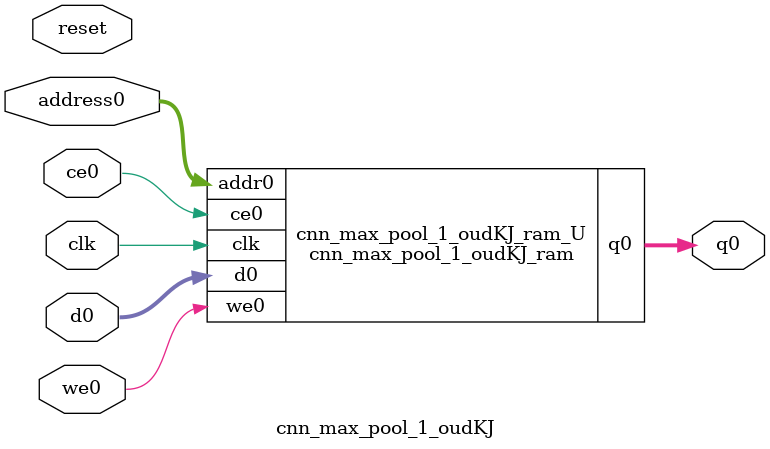
<source format=v>
`timescale 1 ns / 1 ps
module cnn_max_pool_1_oudKJ_ram (addr0, ce0, d0, we0, q0,  clk);

parameter DWIDTH = 14;
parameter AWIDTH = 3;
parameter MEM_SIZE = 5;

input[AWIDTH-1:0] addr0;
input ce0;
input[DWIDTH-1:0] d0;
input we0;
output reg[DWIDTH-1:0] q0;
input clk;

(* ram_style = "distributed" *)reg [DWIDTH-1:0] ram[0:MEM_SIZE-1];




always @(posedge clk)  
begin 
    if (ce0) 
    begin
        if (we0) 
        begin 
            ram[addr0] <= d0; 
        end 
        q0 <= ram[addr0];
    end
end


endmodule

`timescale 1 ns / 1 ps
module cnn_max_pool_1_oudKJ(
    reset,
    clk,
    address0,
    ce0,
    we0,
    d0,
    q0);

parameter DataWidth = 32'd14;
parameter AddressRange = 32'd5;
parameter AddressWidth = 32'd3;
input reset;
input clk;
input[AddressWidth - 1:0] address0;
input ce0;
input we0;
input[DataWidth - 1:0] d0;
output[DataWidth - 1:0] q0;



cnn_max_pool_1_oudKJ_ram cnn_max_pool_1_oudKJ_ram_U(
    .clk( clk ),
    .addr0( address0 ),
    .ce0( ce0 ),
    .we0( we0 ),
    .d0( d0 ),
    .q0( q0 ));

endmodule


</source>
